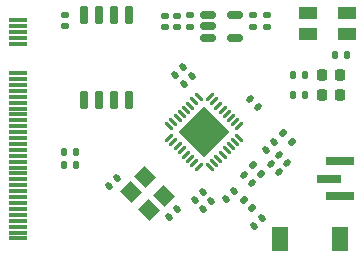
<source format=gbr>
%TF.GenerationSoftware,KiCad,Pcbnew,6.0.7-f9a2dced07~116~ubuntu22.04.1*%
%TF.CreationDate,2022-09-27T00:14:19+08:00*%
%TF.ProjectId,esp32_core_m2,65737033-325f-4636-9f72-655f6d322e6b,rev?*%
%TF.SameCoordinates,Original*%
%TF.FileFunction,Soldermask,Top*%
%TF.FilePolarity,Negative*%
%FSLAX46Y46*%
G04 Gerber Fmt 4.6, Leading zero omitted, Abs format (unit mm)*
G04 Created by KiCad (PCBNEW 6.0.7-f9a2dced07~116~ubuntu22.04.1) date 2022-09-27 00:14:19*
%MOMM*%
%LPD*%
G01*
G04 APERTURE LIST*
G04 Aperture macros list*
%AMRoundRect*
0 Rectangle with rounded corners*
0 $1 Rounding radius*
0 $2 $3 $4 $5 $6 $7 $8 $9 X,Y pos of 4 corners*
0 Add a 4 corners polygon primitive as box body*
4,1,4,$2,$3,$4,$5,$6,$7,$8,$9,$2,$3,0*
0 Add four circle primitives for the rounded corners*
1,1,$1+$1,$2,$3*
1,1,$1+$1,$4,$5*
1,1,$1+$1,$6,$7*
1,1,$1+$1,$8,$9*
0 Add four rect primitives between the rounded corners*
20,1,$1+$1,$2,$3,$4,$5,0*
20,1,$1+$1,$4,$5,$6,$7,0*
20,1,$1+$1,$6,$7,$8,$9,0*
20,1,$1+$1,$8,$9,$2,$3,0*%
%AMRotRect*
0 Rectangle, with rotation*
0 The origin of the aperture is its center*
0 $1 length*
0 $2 width*
0 $3 Rotation angle, in degrees counterclockwise*
0 Add horizontal line*
21,1,$1,$2,0,0,$3*%
G04 Aperture macros list end*
%ADD10RoundRect,0.218750X-0.218750X-0.256250X0.218750X-0.256250X0.218750X0.256250X-0.218750X0.256250X0*%
%ADD11RoundRect,0.140000X-0.219203X-0.021213X-0.021213X-0.219203X0.219203X0.021213X0.021213X0.219203X0*%
%ADD12RoundRect,0.135000X-0.135000X-0.185000X0.135000X-0.185000X0.135000X0.185000X-0.135000X0.185000X0*%
%ADD13RoundRect,0.140000X0.219203X0.021213X0.021213X0.219203X-0.219203X-0.021213X-0.021213X-0.219203X0*%
%ADD14RoundRect,0.140000X-0.170000X0.140000X-0.170000X-0.140000X0.170000X-0.140000X0.170000X0.140000X0*%
%ADD15RoundRect,0.140000X-0.021213X0.219203X-0.219203X0.021213X0.021213X-0.219203X0.219203X-0.021213X0*%
%ADD16RoundRect,0.140000X0.021213X-0.219203X0.219203X-0.021213X-0.021213X0.219203X-0.219203X0.021213X0*%
%ADD17RoundRect,0.135000X-0.226274X-0.035355X-0.035355X-0.226274X0.226274X0.035355X0.035355X0.226274X0*%
%ADD18RoundRect,0.062500X0.309359X-0.220971X-0.220971X0.309359X-0.309359X0.220971X0.220971X-0.309359X0*%
%ADD19RoundRect,0.062500X0.309359X0.220971X0.220971X0.309359X-0.309359X-0.220971X-0.220971X-0.309359X0*%
%ADD20RotRect,3.100000X3.100000X135.000000*%
%ADD21R,1.400000X2.000000*%
%ADD22R,2.000000X0.800000*%
%ADD23R,2.400000X0.800000*%
%ADD24RoundRect,0.135000X0.226274X0.035355X0.035355X0.226274X-0.226274X-0.035355X-0.035355X-0.226274X0*%
%ADD25RoundRect,0.150000X0.150000X-0.650000X0.150000X0.650000X-0.150000X0.650000X-0.150000X-0.650000X0*%
%ADD26RoundRect,0.150000X-0.512500X-0.150000X0.512500X-0.150000X0.512500X0.150000X-0.512500X0.150000X0*%
%ADD27R,1.550000X1.000000*%
%ADD28RoundRect,0.140000X-0.140000X-0.170000X0.140000X-0.170000X0.140000X0.170000X-0.140000X0.170000X0*%
%ADD29RoundRect,0.135000X-0.185000X0.135000X-0.185000X-0.135000X0.185000X-0.135000X0.185000X0.135000X0*%
%ADD30R,1.600000X0.350000*%
%ADD31RotRect,1.400000X1.200000X135.000000*%
G04 APERTURE END LIST*
D10*
%TO.C,D2*%
X102260300Y-66497200D03*
X103835300Y-66497200D03*
%TD*%
%TO.C,D1*%
X102285700Y-68249800D03*
X103860700Y-68249800D03*
%TD*%
D11*
%TO.C,C12*%
X96231389Y-68596189D03*
X96910211Y-69275011D03*
%TD*%
D12*
%TO.C,R5*%
X99822000Y-68249800D03*
X100842000Y-68249800D03*
%TD*%
D13*
%TO.C,C5*%
X99374011Y-73974011D03*
X98695189Y-73295189D03*
%TD*%
D14*
%TO.C,C4*%
X96413210Y-61470600D03*
X96413210Y-62430600D03*
%TD*%
D15*
%TO.C,C13*%
X90001411Y-77892589D03*
X89322589Y-78571411D03*
%TD*%
D16*
%TO.C,C11*%
X91516200Y-77089000D03*
X92195022Y-76410178D03*
%TD*%
%TO.C,C15*%
X89840086Y-66512231D03*
X90518908Y-65833409D03*
%TD*%
%TO.C,C6*%
X96541213Y-79313035D03*
X97220035Y-78634213D03*
%TD*%
D14*
%TO.C,C18*%
X80568800Y-61429819D03*
X80568800Y-62389819D03*
%TD*%
D17*
%TO.C,R2*%
X99029576Y-71470576D03*
X99750824Y-72191824D03*
%TD*%
D18*
%TO.C,U2*%
X92815136Y-74335010D03*
X93168689Y-73981456D03*
X93522243Y-73627903D03*
X93875796Y-73274349D03*
X94229349Y-72920796D03*
X94582903Y-72567243D03*
X94936456Y-72213689D03*
X95290010Y-71860136D03*
D19*
X95290010Y-70887864D03*
X94936456Y-70534311D03*
X94582903Y-70180757D03*
X94229349Y-69827204D03*
X93875796Y-69473651D03*
X93522243Y-69120097D03*
X93168689Y-68766544D03*
X92815136Y-68412990D03*
D18*
X91842864Y-68412990D03*
X91489311Y-68766544D03*
X91135757Y-69120097D03*
X90782204Y-69473651D03*
X90428651Y-69827204D03*
X90075097Y-70180757D03*
X89721544Y-70534311D03*
X89367990Y-70887864D03*
D19*
X89367990Y-71860136D03*
X89721544Y-72213689D03*
X90075097Y-72567243D03*
X90428651Y-72920796D03*
X90782204Y-73274349D03*
X91135757Y-73627903D03*
X91489311Y-73981456D03*
X91842864Y-74335010D03*
D20*
X92329000Y-71374000D03*
%TD*%
D12*
%TO.C,R6*%
X99845400Y-66497200D03*
X100865400Y-66497200D03*
%TD*%
D14*
%TO.C,C3*%
X97663000Y-61470600D03*
X97663000Y-62430600D03*
%TD*%
D12*
%TO.C,R4*%
X80439800Y-73050400D03*
X81459800Y-73050400D03*
%TD*%
D21*
%TO.C,U3*%
X98701000Y-80423000D03*
X103801000Y-80423000D03*
%TD*%
D16*
%TO.C,C17*%
X97577589Y-72907211D03*
X98256411Y-72228389D03*
%TD*%
D14*
%TO.C,C2*%
X90017600Y-61521400D03*
X90017600Y-62481400D03*
%TD*%
D11*
%TO.C,C9*%
X95672589Y-74971589D03*
X96351411Y-75650411D03*
%TD*%
D22*
%TO.C,U5*%
X102852000Y-75311000D03*
D23*
X103852000Y-76811000D03*
X103852000Y-73811000D03*
%TD*%
D13*
%TO.C,C7*%
X98637411Y-74786811D03*
X97958589Y-74107989D03*
%TD*%
D12*
%TO.C,R3*%
X80414400Y-74193400D03*
X81434400Y-74193400D03*
%TD*%
D24*
%TO.C,L2*%
X97134624Y-74909624D03*
X96413376Y-74188376D03*
%TD*%
D25*
%TO.C,U4*%
X82143600Y-68649400D03*
X83413600Y-68649400D03*
X84683600Y-68649400D03*
X85953600Y-68649400D03*
X85953600Y-61449400D03*
X84683600Y-61449400D03*
X83413600Y-61449400D03*
X82143600Y-61449400D03*
%TD*%
D26*
%TO.C,U1*%
X92668038Y-61473004D03*
X92668038Y-62423004D03*
X92668038Y-63373004D03*
X94943038Y-63373004D03*
X94943038Y-61473004D03*
%TD*%
D27*
%TO.C,U6*%
X104380500Y-63074550D03*
X104380500Y-61294550D03*
X101105500Y-61294550D03*
X101105500Y-63074550D03*
%TD*%
D16*
%TO.C,C10*%
X92243589Y-77911011D03*
X92922411Y-77232189D03*
%TD*%
D24*
%TO.C,L1*%
X96372624Y-77830624D03*
X95651376Y-77109376D03*
%TD*%
D15*
%TO.C,C8*%
X94827411Y-76348213D03*
X94148589Y-77027035D03*
%TD*%
D28*
%TO.C,C19*%
X103431400Y-64820800D03*
X104391400Y-64820800D03*
%TD*%
D16*
%TO.C,C16*%
X90592589Y-67268411D03*
X91271411Y-66589589D03*
%TD*%
D29*
%TO.C,R1*%
X91109800Y-61491400D03*
X91109800Y-62511400D03*
%TD*%
D15*
%TO.C,C14*%
X84978911Y-75263519D03*
X84300089Y-75942341D03*
%TD*%
D30*
%TO.C,J1*%
X76568300Y-80370000D03*
X76568300Y-79870000D03*
X76568300Y-79370000D03*
X76568300Y-78870000D03*
X76568300Y-78370000D03*
X76568300Y-77870000D03*
X76568300Y-77370000D03*
X76568300Y-76870000D03*
X76568300Y-76370000D03*
X76568300Y-75870000D03*
X76568300Y-75370000D03*
X76568300Y-74870000D03*
X76568300Y-74370000D03*
X76568300Y-73870000D03*
X76568300Y-73370000D03*
X76568300Y-72870000D03*
X76568300Y-72370000D03*
X76568300Y-71870000D03*
X76568300Y-71370000D03*
X76568300Y-70870000D03*
X76568300Y-70370000D03*
X76568300Y-69870000D03*
X76568300Y-69370000D03*
X76568300Y-68870000D03*
X76568300Y-68370000D03*
X76568300Y-67870000D03*
X76568300Y-67370000D03*
X76568300Y-66870000D03*
X76568300Y-66370000D03*
X76568300Y-63870000D03*
X76568300Y-63370000D03*
X76568300Y-62870000D03*
X76568300Y-62370000D03*
X76568300Y-61870000D03*
%TD*%
D31*
%TO.C,Y1*%
X88881858Y-76757777D03*
X87326223Y-75202142D03*
X86124142Y-76404223D03*
X87679777Y-77959858D03*
%TD*%
D14*
%TO.C,C1*%
X88976200Y-61521400D03*
X88976200Y-62481400D03*
%TD*%
M02*

</source>
